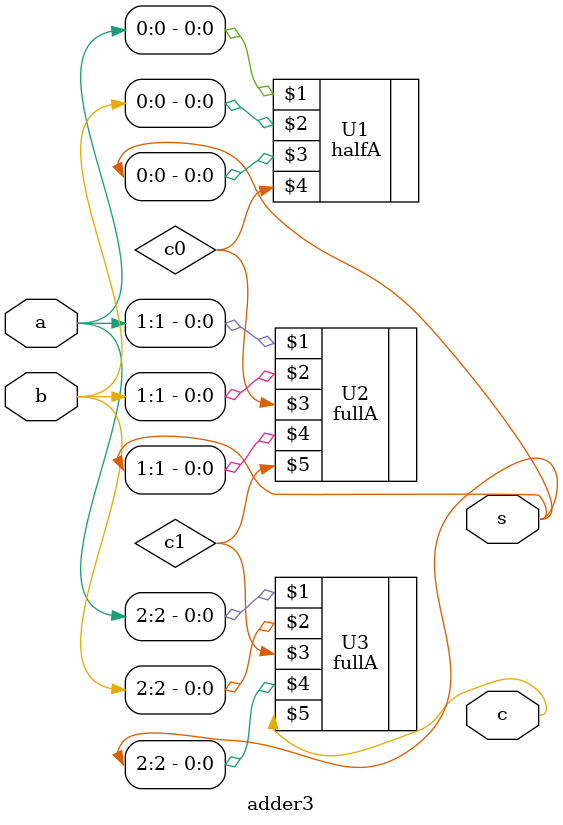
<source format=v>
`include "vvc/adder.v"

module adder3(a, b, s, c);
input [2:0] a, b;
output [2:0] s;
output c;

wire c0, c1;
halfA U1(a[0], b[0], s[0], c0);
fullA U2(a[1], b[1], c0, s[1], c1);
fullA U3(a[2], b[2], c1, s[2], c);

endmodule

/*
module test;
reg [1:0] a, b;
wire [1:0] s;
wire c;

adder2 U1(a, b, s, c);
initial begin
  $dumpfile("adder2.vcd");
  $dumpvars();
end

integer i;
initial begin
  for(i=0; i<16; i=i+1) begin
    #0 a = i[1:0]; b = i[3:2];
    #10 ;
  end
  a = 0; b = 0;
end

always @(a or b or s or c)
  $display("%d ns, a = %d, b = %d, a+b = %d\n", $time, a, b, {c, s});


endmodule
*/
</source>
